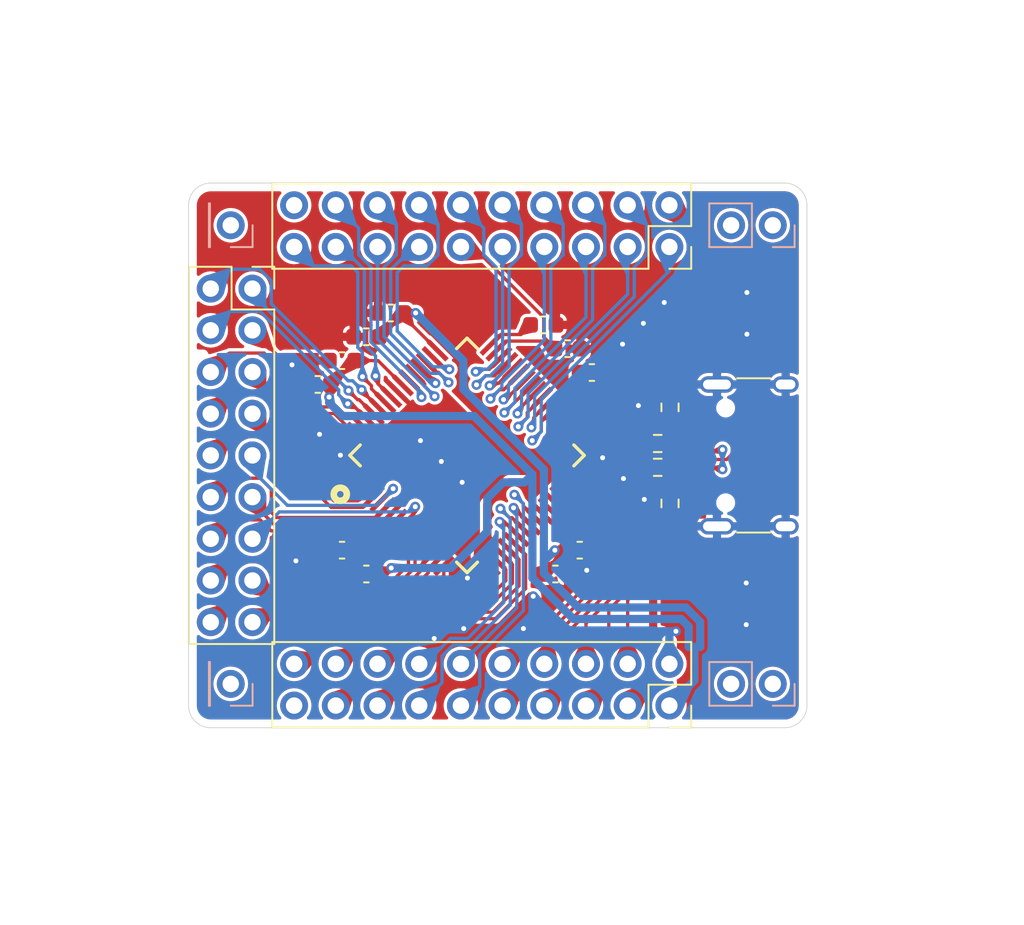
<source format=kicad_pcb>
(kicad_pcb (version 20240108) (generator "pcbnew") (generator_version "8.0")
  (layers (0 "F.Cu" signal) (31 "B.Cu" signal) (34 "B.Paste" user) (35 "F.Paste" user) (36 "B.SilkS" user "B.Silkscreen") (37 "F.SilkS" user "F.Silkscreen") (38 "B.Mask" user) (39 "F.Mask" user) (44 "Edge.Cuts" user))
  (net 0 "")
  (net 1 "Net-(U1-VCCD)")
  (net 2 "GNDD")
  (net 3 "GNDA")
  (net 4 "+5VA")
  (net 5 "+5VD")
  (net 6 "/VBUS_P13_2")
  (net 7 "/~{XRES}")
  (net 8 "GND")
  (net 10 "Net-(J1-CC1)")
  (net 11 "/VBUS")
  (net 12 "Net-(J1-D+-PadA6)")
  (net 13 "Net-(J1-D--PadA7)")
  (net 15 "Net-(J1-CC2)")
  (net 16 "/P0_6")
  (net 17 "/P0_0")
  (net 18 "/P5_2")
  (net 19 "/P5_3")
  (net 20 "/P7_1")
  (net 21 "/P0_3")
  (net 22 "/P7_0")
  (net 23 "/P5_5")
  (net 24 "/P5_0")
  (net 25 "/P1_0")
  (net 26 "/P0_4")
  (net 27 "/P5_1")
  (net 28 "/P0_5")
  (net 29 "/P0_1")
  (net 30 "/P0_7")
  (net 31 "/P0_2")
  (net 32 "/P4_3")
  (net 33 "/P3_2_SWDIO")
  (net 34 "/P4_1")
  (net 35 "/P3_5")
  (net 36 "/P3_0")
  (net 37 "/P4_6")
  (net 38 "+5V")
  (net 39 "/P4_4")
  (net 40 "/P3_7")
  (net 41 "/P3_1")
  (net 42 "/P4_5")
  (net 43 "/P3_4")
  (net 44 "/P3_6")
  (net 45 "/P4_2")
  (net 46 "/P4_0")
  (net 47 "/P3_3_SWDCLK")
  (net 48 "/P1_6")
  (net 49 "/P2_5")
  (net 50 "/P2_2")
  (net 51 "/P6_4_P12_0")
  (net 52 "/P6_0")
  (net 53 "/P2_6")
  (net 54 "/P1_2")
  (net 55 "/P2_3")
  (net 56 "/P6_2")
  (net 57 "/P2_1")
  (net 58 "/P2_0")
  (net 59 "/P1_4")
  (net 60 "/P2_4")
  (net 61 "/P1_3")
  (net 62 "/P1_7_VREF")
  (net 63 "/P2_7")
  (net 64 "/P6_1")
  (net 65 "/P1_5")
  (net 66 "/P1_1")
  (net 67 "/P6_5_P12_1")
  (net 68 "Net-(U1-D-_P13_1)")
  (net 69 "Net-(U1-D+_P13_0)")
  (footprint "Capacitor_SMD:C_0603_1608Metric" (layer "F.Cu") (at 153.56 51.632)
    (property "Reference" "C1" (hide yes))
    (property "Value" "1u" (hide yes))
  )
  (footprint "Capacitor_SMD:C_0603_1608Metric" (layer "F.Cu") (at 154.3 66.8085)
    (property "Reference" "C7" (hide yes))
    (property "Value" "100n" (hide yes))
  )
  (footprint "Connector_PinSocket_2.54mm:PinSocket_2x10_P2.54mm_Vertical" (layer "F.Cu") (at 161.24 46.883 -90)
    (property "Reference" "J3" (hide yes))
    (property "Value" "Conn_02x10_Odd_Even" (hide yes))
  )
  (footprint "Connector_PinSocket_2.54mm:PinSocket_2x10_P2.54mm_Vertical" (layer "F.Cu") (at 161.24 74.823 -90)
    (property "Reference" "J7" (hide yes))
    (property "Value" "Conn_02x10_Odd_Even" (hide yes))
  )
  (footprint "CY8C4248AZI-L475:TQFP50P1200X1200X160-64N" (layer "F.Cu") (at 148.914585 59.583 45)
    (property "Reference" "U1" (hide yes))
    (property "Value" "*" (hide yes))
  )
  (footprint "Resistor_SMD:R_0603_1608Metric" (layer "F.Cu") (at 160.529 58.8575)
    (property "Reference" "R3" (hide yes))
    (property "Value" "22" (hide yes))
  )
  (footprint "Resistor_SMD:R_0603_1608Metric" (layer "F.Cu") (at 161.279 56.657 -90)
    (property "Reference" "R2" (hide yes))
    (property "Value" "5.1k" (hide yes))
  )
  (footprint "Resistor_SMD:R_0603_1608Metric" (layer "F.Cu") (at 160.529 60.3085)
    (property "Reference" "R4" (hide yes))
    (property "Value" "22" (hide yes))
  )
  (footprint "Capacitor_SMD:C_0603_1608Metric" (layer "F.Cu") (at 139.82 55.2595 180)
    (property "Reference" "C4" (hide yes))
    (property "Value" "1u" (hide yes))
  )
  (footprint "Resistor_SMD:R_0603_1608Metric" (layer "F.Cu") (at 161.279 62.509 90)
    (property "Reference" "R1" (hide yes))
    (property "Value" "5.1k" (hide yes))
  )
  (footprint "Capacitor_SMD:C_0603_1608Metric" (layer "F.Cu") (at 141.3 65.3575 180)
    (property "Reference" "C3" (hide yes))
    (property "Value" "100n" (hide yes))
  )
  (footprint "Connector_PinSocket_2.54mm:PinSocket_2x09_P2.54mm_Vertical" (layer "F.Cu") (at 135.84 49.423)
    (property "Reference" "J4" (hide yes))
    (property "Value" "Conn_02x09_Odd_Even" (hide yes))
  )
  (footprint "Capacitor_SMD:C_0603_1608Metric" (layer "F.Cu") (at 142.78 52.3575 180)
    (property "Reference" "C8" (hide yes))
    (property "Value" "1u" (hide yes))
  )
  (footprint "Capacitor_SMD:C_0603_1608Metric" (layer "F.Cu") (at 142.78 66.8085 180)
    (property "Reference" "C2" (hide yes))
    (property "Value" "1u" (hide yes))
  )
  (footprint "Connector_USB:USB_C_Receptacle_HRO_TYPE-C-31-M-12" (layer "F.Cu") (at 167.27 59.583 90)
    (property "Reference" "J1" (hide yes))
    (property "Value" "USB_C_Receptacle_USB2.0_16P" (hide yes))
  )
  (footprint "Capacitor_SMD:C_0603_1608Metric" (layer "F.Cu") (at 155.04 53.083)
    (property "Reference" "C11" (hide yes))
    (property "Value" "100n" (hide yes))
  )
  (footprint "Capacitor_SMD:C_0603_1608Metric" (layer "F.Cu") (at 144.26 50.9065 180)
    (property "Reference" "C9" (hide yes))
    (property "Value" "100n" (hide yes))
  )
  (footprint "Capacitor_SMD:C_0603_1608Metric" (layer "F.Cu") (at 156.52 54.534)
    (property "Reference" "C10" (hide yes))
    (property "Value" "100n" (hide yes))
  )
  (footprint "Capacitor_SMD:C_0603_1608Metric" (layer "F.Cu") (at 155.78 65.3575)
    (property "Reference" "C6" (hide yes))
    (property "Value" "1u" (hide yes))
  )
  (footprint "Capacitor_SMD:C_0603_1608Metric" (layer "F.Cu") (at 141.3 53.8085 180)
    (property "Reference" "C5" (hide yes))
    (property "Value" "100n" (hide yes))
  )
  (footprint "NetTie:NetTie-3_SMD_Pad0.5mm" (layer "B.Cu") (at 162.767 71.75 180)
    (property "Reference" "NT1" (hide yes))
    (property "Value" "NetTie_3" (hide yes))
  )
  (footprint "Connector_PinHeader_2.54mm:PinHeader_1x02_P2.54mm_Vertical" (layer "B.Cu") (at 167.54 45.563 90)
    (property "Reference" "REF**" (hide yes))
    (property "Value" "PinHeader_1x02_P2.54mm_Vertical" (hide yes))
  )
  (footprint "NetTie:NetTie-3_SMD_Pad0.5mm" (layer "B.Cu") (at 161.59 70.298 180)
    (property "Reference" "NT2" (hide yes))
    (property "Value" "NetTie_3" (hide yes))
  )
  (footprint "Connector_PinHeader_2.54mm:PinHeader_1x01_P2.54mm_Vertical" (layer "B.Cu") (at 134.52 73.503 90)
    (property "Reference" "REF**" (hide yes))
    (property "Value" "PinHeader_1x01_P2.54mm_Vertical" (hide yes))
  )
  (footprint "Connector_PinHeader_2.54mm:PinHeader_1x01_P2.54mm_Vertical" (layer "B.Cu") (at 134.52 45.563 90)
    (property "Reference" "REF**" (hide yes))
    (property "Value" "PinHeader_1x01_P2.54mm_Vertical" (hide yes))
  )
  (footprint "Connector_PinHeader_2.54mm:PinHeader_1x02_P2.54mm_Vertical" (layer "B.Cu") (at 167.54 73.503 90)
    (property "Reference" "REF**" (hide yes))
    (property "Value" "PinHeader_1x02_P2.54mm_Vertical" (hide yes))
  )
  (gr_line (start 131.95 44.343) (end 131.95 74.823) (stroke (width 0.05)) (layer "Edge.Cuts"))
  (gr_arc (start 169.62 74.823) (mid 169.224594 75.777594) (end 168.27 76.173) (stroke (width 0.05)) (layer "Edge.Cuts"))
  (gr_line (start 169.62 74.823) (end 169.62 44.343) (stroke (width 0.05)) (layer "Edge.Cuts"))
  (gr_line (start 133.3 76.173) (end 168.27 76.173) (stroke (width 0.05)) (layer "Edge.Cuts"))
  (gr_line (start 133.3 42.993) (end 168.27 42.993) (stroke (width 0.05)) (layer "Edge.Cuts"))
  (gr_arc (start 133.3 76.173) (mid 132.345406 75.777594) (end 131.95 74.823) (stroke (width 0.05)) (layer "Edge.Cuts"))
  (gr_arc (start 131.95 44.343) (mid 132.345406 43.388406) (end 133.3 42.993) (stroke (width 0.05)) (layer "Edge.Cuts"))
  (gr_arc (start 168.27 42.993) (mid 169.224594 43.388406) (end 169.62 44.343) (stroke (width 0.05)) (layer "Edge.Cuts"))
  (segment (start 150.975767 52.218518) (end 150.328799 52.865486) (width 0.2) (layer "F.Cu") (net 1))
  (segment (start 152.198482 52.218518) (end 150.975767 52.218518) (width 0.2) (layer "F.Cu") (net 1))
  (segment (start 152.785 51.632) (end 152.198482 52.218518) (width 0.2) (layer "F.Cu") (net 1))
  (segment (start 164.14 63.109726) (end 163.863274 62.833) (width 0.5) (layer "F.Cu") (net 2))
  (segment (start 153.669334 61.227568) (end 151.485435 61.227568) (width 0.5) (layer "F.Cu") (net 2))
  (segment (start 164.14 56.056274) (end 163.863274 56.333) (width 0.5) (layer "F.Cu") (net 2))
  (segment (start 152.746624 62.150278) (end 153.669334 61.227568) (width 0.5) (layer "F.Cu") (net 2))
  (segment (start 149.578278 65.318623) (end 149.578278 65.691415) (width 0.5) (layer "F.Cu") (net 2))
  (segment (start 163.863274 62.833) (end 163.225 62.833) (width 0.5) (layer "F.Cu") (net 2))
  (segment (start 149.578278 65.691415) (end 150.258088 66.371225) (width 0.5) (layer "F.Cu") (net 2))
  (segment (start 164.14 55.263) (end 164.14 56.056274) (width 0.5) (layer "F.Cu") (net 2))
  (segment (start 164.14 63.903) (end 164.14 63.109726) (width 0.5) (layer "F.Cu") (net 2))
  (segment (start 150.147471 62.565532) (end 150.147471 64.74943) (width 0.5) (layer "F.Cu") (net 2))
  (segment (start 150.147471 64.74943) (end 149.578278 65.318623) (width 0.5) (layer "F.Cu") (net 2))
  (segment (start 163.863274 56.333) (end 163.225 56.333) (width 0.5) (layer "F.Cu") (net 2))
  (segment (start 151.485435 61.227568) (end 150.147471 62.565532) (width 0.5) (layer "F.Cu") (net 2))
  (via (at 165.964 49.659) (size 0.6) (drill 0.3) (layers "F.Cu" "B.Cu") (net 2))
  (via (at 160.928 50.268) (size 0.6) (drill 0.3) (layers "F.Cu" "B.Cu") (net 2))
  (via (at 156.207 66.583) (size 0.6) (drill 0.3) (layers "F.Cu" "B.Cu") (net 2))
  (via (at 161.640003 70.298) (size 0.6) (drill 0.3) (layers "F.Cu" "B.Cu") (net 2))
  (via (at 159.658 51.538) (size 0.6) (drill 0.3) (layers "F.Cu" "B.Cu") (net 2))
  (via (at 157.173 59.726) (size 0.6) (drill 0.3) (layers "F.Cu" "B.Cu") (net 2))
  (via (at 159.713 62.266) (size 0.6) (drill 0.3) (layers "F.Cu" "B.Cu") (net 2))
  (via (at 159.354 56.549) (size 0.6) (drill 0.3) (layers "F.Cu" "B.Cu") (net 2))
  (via (at 165.922 67.355) (size 0.6) (drill 0.3) (layers "F.Cu" "B.Cu") (net 2))
  (via (at 165.922 69.895) (size 0.6) (drill 0.3) (layers "F.Cu" "B.Cu") (net 2))
  (via (at 158.443 60.996) (size 0.6) (drill 0.3) (layers "F.Cu" "B.Cu") (net 2))
  (via (at 158.388 52.808) (size 0.6) (drill 0.3) (layers "F.Cu" "B.Cu") (net 2))
  (via (at 165.964 52.199) (size 0.6) (drill 0.3) (layers "F.Cu" "B.Cu") (net 2))
  (segment (start 161.640003 70.298) (end 161.59 70.298) (width 0.5) (layer "B.Cu") (net 2))
  (segment (start 142.523696 64.5825) (end 141.3 64.5825) (width 0.2) (layer "F.Cu") (net 3))
  (segment (start 142.898696 64.9575) (end 142.523696 64.5825) (width 0.2) (layer "F.Cu") (net 3))
  (segment (start 140.525 53.8085) (end 139.8215 53.8085) (width 0.2) (layer "F.Cu") (net 3))
  (segment (start 145.379051 64.179194) (end 144.600745 64.9575) (width 0.2) (layer "F.Cu") (net 3))
  (segment (start 141.3 64.5825) (end 140.525 65.3575) (width 0.2) (layer "F.Cu") (net 3))
  (segment (start 142.005 66.8085) (end 141.1295 66.8085) (width 0.2) (layer "F.Cu") (net 3))
  (segment (start 144.600745 64.9575) (end 142.898696 64.9575) (width 0.2) (layer "F.Cu") (net 3))
  (via (at 148.710101 70.133) (size 0.6) (drill 0.3) (layers "F.Cu" "B.Cu") (net 3))
  (via (at 148.938 67.056) (size 0.6) (drill 0.3) (layers "F.Cu" "B.Cu") (net 3))
  (via (at 152.349 70.133) (size 0.6) (drill 0.3) (layers "F.Cu" "B.Cu") (net 3))
  (via (at 146.076 58.683) (size 0.6) (drill 0.3) (layers "F.Cu" "B.Cu") (net 3))
  (via (at 147.346 59.953) (size 0.6) (drill 0.3) (layers "F.Cu" "B.Cu") (net 3))
  (via (at 148.616 61.223) (size 0.6) (drill 0.3) (layers "F.Cu" "B.Cu") (net 3))
  (via (at 141.199 59.57) (size 0.6) (drill 0.3) (layers "F.Cu" "B.Cu") (net 3))
  (via (at 138.25 54.067) (size 0.6) (drill 0.3) (layers "F.Cu" "B.Cu") (net 3))
  (via (at 152.946 68.163659) (size 0.6) (drill 0.3) (layers "F.Cu" "B.Cu") (net 3))
  (via (at 139.929 58.3) (size 0.6) (drill 0.3) (layers "F.Cu" "B.Cu") (net 3))
  (via (at 146.914 70.736) (size 0.6) (drill 0.3) (layers "F.Cu" "B.Cu") (net 3))
  (via (at 138.489 66.008) (size 0.6) (drill 0.3) (layers "F.Cu" "B.Cu") (net 3))
  (segment (start 155.080341 70.298) (end 152.946 68.163659) (width 0.5) (layer "B.Cu") (net 3))
  (segment (start 160.89 70.298) (end 155.080341 70.298) (width 0.5) (layer "B.Cu") (net 3))
  (segment (start 140.595 55.2595) (end 140.595 55.94724) (width 0.2) (layer "F.Cu") (net 4))
  (segment (start 143.555 66.8085) (end 143.930166 66.8085) (width 0.2) (layer "F.Cu") (net 4))
  (segment (start 143.555 66.8085) (end 143.440828 66.8085) (width 0.5) (layer "F.Cu") (net 4))
  (segment (start 140.595 55.174328) (end 141.960828 53.8085) (width 0.5) (layer "F.Cu") (net 4))
  (segment (start 143.493639 53.8085) (end 142.075 53.8085) (width 0.2) (layer "F.Cu") (net 4))
  (segment (start 142.075 65.3575) (end 144.907851 65.3575) (width 0.2) (layer "F.Cu") (net 4))
  (segment (start 141.960828 53.8085) (end 142.075 53.8085) (width 0.5) (layer "F.Cu") (net 4))
  (segment (start 144.907851 65.3575) (end 145.732604 64.532747) (width 0.2) (layer "F.Cu") (net 4))
  (segment (start 140.595 55.2595) (end 140.595 55.174328) (width 0.5) (layer "F.Cu") (net 4))
  (segment (start 143.440828 66.8085) (end 142.075 65.442672) (width 0.5) (layer "F.Cu") (net 4))
  (segment (start 140.595 55.94724) (end 140.511734 56.030506) (width 0.2) (layer "F.Cu") (net 4))
  (segment (start 142.075 65.442672) (end 142.075 65.3575) (width 0.5) (layer "F.Cu") (net 4))
  (segment (start 145.025498 55.340359) (end 143.493639 53.8085) (width 0.2) (layer "F.Cu") (net 4))
  (segment (start 143.930166 66.8085) (end 144.296333 66.442333) (width 0.2) (layer "F.Cu") (net 4))
  (via (at 144.296333 66.442333) (size 0.6) (drill 0.3) (layers "F.Cu" "B.Cu") (net 4))
  (via (at 140.511734 56.030506) (size 0.6) (drill 0.3) (layers "F.Cu" "B.Cu") (net 4))
  (segment (start 151.115917 61.227568) (end 150.147471 62.196014) (width 0.5) (layer "B.Cu") (net 4))
  (segment (start 140.511734 56.030506) (end 140.511734 56.364395) (width 0.5) (layer "B.Cu") (net 4))
  (segment (start 152.896 60.741827) (end 152.896 67.053) (width 0.5) (layer "B.Cu") (net 4))
  (segment (start 152.896 60.741827) (end 152.410259 61.227568) (width 0.5) (layer "B.Cu") (net 4))
  (segment (start 149.340173 57.186) (end 152.896 60.741827) (width 0.5) (layer "B.Cu") (net 4))
  (segment (start 152.896 67.053) (end 155.391 69.548) (width 0.5) (layer "B.Cu") (net 4))
  (segment (start 150.147471 64.230529) (end 147.935667 66.442333) (width 0.5) (layer "B.Cu") (net 4))
  (segment (start 161.566 69.548) (end 161.950664 69.548) (width 0.5) (layer "B.Cu") (net 4))
  (segment (start 162.417 70.014336) (end 162.417 71.25) (width 0.5) (layer "B.Cu") (net 4))
  (segment (start 140.511734 56.364395) (end 141.333339 57.186) (width 0.5) (layer "B.Cu") (net 4))
  (segment (start 161.950664 69.548) (end 162.417 70.014336) (width 0.5) (layer "B.Cu") (net 4))
  (segment (start 147.935667 66.442333) (end 144.296333 66.442333) (width 0.5) (layer "B.Cu") (net 4))
  (segment (start 152.410259 61.227568) (end 151.115917 61.227568) (width 0.5) (layer "B.Cu") (net 4))
  (segment (start 150.147471 62.196014) (end 150.147471 64.230529) (width 0.5) (layer "B.Cu") (net 4))
  (segment (start 155.391 69.548) (end 161.566 69.548) (width 0.5) (layer "B.Cu") (net 4))
  (segment (start 141.333339 57.186) (end 149.340173 57.186) (width 0.5) (layer "B.Cu") (net 4))
  (segment (start 155.005 64.612755) (end 155.005 65.3575) (width 0.2) (layer "F.Cu") (net 5))
  (segment (start 154.265 65.3575) (end 155.005 65.3575) (width 0.2) (layer "F.Cu") (net 5))
  (segment (start 147.146818 53.219039) (end 145.035 51.107221) (width 0.2) (layer "F.Cu") (net 5))
  (segment (start 143.555 52.272328) (end 144.920828 50.9065) (width 0.5) (layer "F.Cu") (net 5))
  (segment (start 153.510779 63.118534) (end 155.005 64.612755) (width 0.2) (layer "F.Cu") (net 5))
  (segment (start 145.035 50.9065) (end 145.7785 50.9065) (width 0.2) (layer "F.Cu") (net 5))
  (segment (start 155.005 65.442672) (end 155.005 65.3575) (width 0.5) (layer "F.Cu") (net 5))
  (segment (start 144.920828 50.9065) (end 145.035 50.9065) (width 0.5) (layer "F.Cu") (net 5))
  (segment (start 153.525 66.8085) (end 153.639172 66.8085) (width 0.5) (layer "F.Cu") (net 5))
  (segment (start 145.7785 50.9065) (end 145.782 50.903) (width 0.2) (layer "F.Cu") (net 5))
  (segment (start 153.639172 66.8085) (end 155.005 65.442672) (width 0.5) (layer "F.Cu") (net 5))
  (segment (start 145.035 51.107221) (end 145.035 50.9065) (width 0.2) (layer "F.Cu") (net 5))
  (segment (start 143.555 52.3575) (end 143.555 52.272328) (width 0.5) (layer "F.Cu") (net 5))
  (via (at 145.782 50.903) (size 0.6) (drill 0.3) (layers "F.Cu" "B.Cu") (net 5))
  (via (at 154.265 65.3575) (size 0.6) (drill 0.3) (layers "F.Cu" "B.Cu") (net 5))
  (segment (start 153.596 60.451877) (end 148.689739 55.545616) (width 0.5) (layer "B.Cu") (net 5))
  (segment (start 153.596 66.76305) (end 153.596 66.0265) (width 0.5) (layer "B.Cu") (net 5))
  (segment (start 153.596 66.0265) (end 154.265 65.3575) (width 0.5) (layer "B.Cu") (net 5))
  (segment (start 148.689739 53.810739) (end 145.782 50.903) (width 0.5) (layer "B.Cu") (net 5))
  (segment (start 153.596 66.76305) (end 153.596 60.451877) (width 0.5) (layer "B.Cu") (net 5))
  (segment (start 162.240614 68.848) (end 163.117 69.724386) (width 0.5) (layer "B.Cu") (net 5))
  (segment (start 161.795 68.848) (end 155.68095 68.848) (width 0.5) (layer "B.Cu") (net 5))
  (segment (start 163.117 69.724386) (end 163.117 71.25) (width 0.5) (layer "B.Cu") (net 5))
  (segment (start 161.795 68.848) (end 162.240614 68.848) (width 0.5) (layer "B.Cu") (net 5))
  (segment (start 155.68095 68.848) (end 153.596 66.76305) (width 0.5) (layer "B.Cu") (net 5))
  (segment (start 148.689739 55.545616) (end 148.689739 53.810739) (width 0.5) (layer "B.Cu") (net 5))
  (segment (start 161.24 44.343) (end 162.54 45.643) (width 0.5) (layer "F.Cu") (net 6))
  (segment (start 155.745 54.534) (end 155.745 55.934565) (width 0.2) (layer "F.Cu") (net 6))
  (segment (start 162.54 50.724828) (end 157.805828 55.459) (width 0.5) (layer "F.Cu") (net 6))
  (segment (start 156.077 55.459) (end 155.745 55.127) (width 0.5) (layer "F.Cu") (net 6))
  (segment (start 155.745 55.934565) (end 154.571439 57.108126) (width 0.2) (layer "F.Cu") (net 6))
  (segment (start 162.54 45.643) (end 162.54 50.724828) (width 0.5) (layer "F.Cu") (net 6))
  (segment (start 157.805828 55.459) (end 156.077 55.459) (width 0.5) (layer "F.Cu") (net 6))
  (segment (start 155.745 55.127) (end 155.745 54.534) (width 0.5) (layer "F.Cu") (net 6))
  (segment (start 153.585 51.177) (end 149.291 46.883) (width 0.2) (layer "F.Cu") (net 7))
  (segment (start 151.282873 52.618518) (end 153.800518 52.618518) (width 0.2) (layer "F.Cu") (net 7))
  (segment (start 150.682352 53.219039) (end 151.282873 52.618518) (width 0.2) (layer "F.Cu") (net 7))
  (segment (start 153.585 52.371) (end 153.585 51.177) (width 0.2) (layer "F.Cu") (net 7))
  (segment (start 153.800518 52.618518) (end 153.800518 52.586518) (width 0.2) (layer "F.Cu") (net 7))
  (segment (start 153.800518 52.586518) (end 153.585 52.371) (width 0.2) (layer "F.Cu") (net 7))
  (segment (start 149.291 46.883) (end 148.54 46.883) (width 0.2) (layer "F.Cu") (net 7))
  (segment (start 153.800518 52.618518) (end 154.265 53.083) (width 0.2) (layer "F.Cu") (net 7))
  (segment (start 161.24 72.283) (end 161.24 70.998) (width 0.5) (layer "B.Cu") (net 8))
  (segment (start 161.399 61.684) (end 161.279 61.684) (width 0.2) (layer "F.Cu") (net 10))
  (segment (start 162.25 60.833) (end 161.399 61.684) (width 0.2) (layer "F.Cu") (net 10))
  (segment (start 163.225 60.833) (end 162.25 60.833) (width 0.2) (layer "F.Cu") (net 10))
  (segment (start 164.344492 57.463508) (end 164.34 57.468) (width 0.4) (layer "F.Cu") (net 11))
  (segment (start 163.943274 57.133) (end 164.043274 57.233) (width 0.5) (layer "F.Cu") (net 11))
  (segment (start 163.225 62.033) (end 163.325 61.933) (width 0.5) (layer "F.Cu") (net 11))
  (segment (start 165.64 60.406984) (end 165.64 58.770626) (width 0.5) (layer "F.Cu") (net 11))
  (segment (start 164.348984 61.698) (end 165.626027 60.420957) (width 0.5) (layer "F.Cu") (net 11))
  (segment (start 159.97 71.714522) (end 160.255 71.429522) (width 0.5) (layer "F.Cu") (net 11))
  (segment (start 159.99 72.811478) (end 159.99 71.734522) (width 0.4) (layer "F.Cu") (net 11))
  (segment (start 160 73.523) (end 160 72.821478) (width 0.5) (layer "F.Cu") (net 11))
  (segment (start 164.043274 57.233) (end 164.113984 57.233) (width 0.4) (layer "F.Cu") (net 11))
  (segment (start 160 72.821478) (end 159.99 72.811478) (width 0.4) (layer "F.Cu") (net 11))
  (segment (start 163.325 61.933) (end 163.961 61.933) (width 0.5) (layer "F.Cu") (net 11))
  (segment (start 165.64 58.770626) (end 164.4 57.530626) (width 0.5) (layer "F.Cu") (net 11))
  (segment (start 164.113984 57.233) (end 164.344492 57.463508) (width 0.4) (layer "F.Cu") (net 11))
  (segment (start 165.083503 64.853) (end 165.64 64.296503) (width 0.5) (layer "F.Cu") (net 11))
  (segment (start 164.348984 61.698) (end 164.113984 61.933) (width 0.4) (layer "F.Cu") (net 11))
  (segment (start 165.64 60.43493) (end 165.64 64.296503) (width 0.5) (layer "F.Cu") (net 11))
  (segment (start 160.255 66) (end 161.402 64.853) (width 0.5) (layer "F.Cu") (net 11))
  (segment (start 161.402 64.853) (end 165.083503 64.853) (width 0.5) (layer "F.Cu") (net 11))
  (segment (start 159.99 71.734522) (end 159.97 71.714522) (width 0.4) (layer "F.Cu") (net 11))
  (segment (start 165.626027 60.420957) (end 165.64 60.43493) (width 0.5) (layer "F.Cu") (net 11))
  (segment (start 160.255 71.429522) (end 160.255 66) (width 0.5) (layer "F.Cu") (net 11))
  (segment (start 165.626027 60.420957) (end 165.64 60.406984) (width 0.5) (layer "F.Cu") (net 11))
  (segment (start 158.7 74.823) (end 160 73.523) (width 0.5) (layer "F.Cu") (net 11))
  (segment (start 163.961 61.933) (end 164.043274 61.933) (width 0.5) (layer "F.Cu") (net 11))
  (segment (start 163.225 57.133) (end 163.943274 57.133) (width 0.5) (layer "F.Cu") (net 11))
  (segment (start 164.113984 61.933) (end 164.043274 61.933) (width 0.4) (layer "F.Cu") (net 11))
  (segment (start 163.225 59.833) (end 164.724556 59.833) (width 0.2) (layer "F.Cu") (net 12))
  (segment (start 165.076027 59.481529) (end 165.076027 58.984471) (width 0.2) (layer "F.Cu") (net 12))
  (segment (start 165.076027 58.984471) (end 164.724556 58.633) (width 0.2) (layer "F.Cu") (net 12))
  (segment (start 164.227498 58.633) (end 164.0275 58.833) (width 0.2) (layer "F.Cu") (net 12))
  (segment (start 164.0275 58.833) (end 163.225 58.833) (width 0.2) (layer "F.Cu") (net 12))
  (segment (start 164.724556 58.633) (end 164.227498 58.633) (width 0.2) (layer "F.Cu") (net 12))
  (segment (start 164.724556 59.833) (end 165.076027 59.481529) (width 0.2) (layer "F.Cu") (net 12))
  (segment (start 163.225 59.833) (end 161.8295 59.833) (width 0.2) (layer "F.Cu") (net 12))
  (segment (start 161.8295 59.833) (end 161.354 60.3085) (width 0.2) (layer "F.Cu") (net 12))
  (segment (start 164.476027 59.233) (end 164.376027 59.333) (width 0.2) (layer "F.Cu") (net 13))
  (segment (start 164.376027 60.333) (end 163.225 60.333) (width 0.2) (layer "F.Cu") (net 13))
  (segment (start 164.476027 60.433) (end 164.376027 60.333) (width 0.2) (layer "F.Cu") (net 13))
  (segment (start 161.8295 59.333) (end 161.354 58.8575) (width 0.2) (layer "F.Cu") (net 13))
  (segment (start 163.225 59.333) (end 161.8295 59.333) (width 0.2) (layer "F.Cu") (net 13))
  (segment (start 164.376027 59.333) (end 163.225 59.333) (width 0.2) (layer "F.Cu") (net 13))
  (via (at 164.476027 59.233) (size 0.6) (drill 0.3) (layers "F.Cu" "B.Cu") (net 13))
  (via (at 164.476027 60.433) (size 0.6) (drill 0.3) (layers "F.Cu" "B.Cu") (net 13))
  (segment (start 164.476027 59.233) (end 164.476027 60.433) (width 0.2) (layer "B.Cu") (net 13))
  (segment (start 161.63 57.833) (end 161.279 57.482) (width 0.2) (layer "F.Cu") (net 15))
  (segment (start 163.225 57.833) (end 161.63 57.833) (width 0.2) (layer "F.Cu") (net 15))
  (segment (start 150.580457 54.735148) (end 150.03974 54.735148) (width 0.2) (layer "F.Cu") (net 16))
  (segment (start 151.389459 53.926146) (end 150.580457 54.735148) (width 0.2) (layer "F.Cu") (net 16))
  (segment (start 150.03974 54.735148) (end 149.489836 55.285052) (width 0.2) (layer "F.Cu") (net 16))
  (via (at 149.489836 55.285052) (size 0.6) (drill 0.3) (layers "F.Cu" "B.Cu") (net 16))
  (segment (start 149.489836 55.285052) (end 150.03974 54.735148) (width 0.2) (layer "B.Cu") (net 16))
  (segment (start 150.03974 54.735148) (end 150.322582 54.735148) (width 0.2) (layer "B.Cu") (net 16))
  (segment (start 151.08 53.97773) (end 151.08 46.883) (width 0.2) (layer "B.Cu") (net 16))
  (segment (start 150.322582 54.735148) (end 151.08 53.97773) (width 0.2) (layer "B.Cu") (net 16))
  (segment (start 152.585431 57.280625) (end 152.035528 57.830528) (width 0.2) (layer "F.Cu") (net 17))
  (segment (start 153.510779 56.047466) (end 152.585431 56.972814) (width 0.2) (layer "F.Cu") (net 17))
  (segment (start 152.585431 56.972814) (end 152.585431 57.280625) (width 0.2) (layer "F.Cu") (net 17))
  (via (at 152.035528 57.830528) (size 0.6) (drill 0.3) (layers "F.Cu" "B.Cu") (net 17))
  (segment (start 158.7 49.751846) (end 158.7 46.883) (width 0.2) (layer "B.Cu") (net 17))
  (segment (start 152.035528 57.830528) (end 152.63396 57.232096) (width 0.2) (layer "B.Cu") (net 17))
  (segment (start 152.63396 55.817886) (end 158.7 49.751846) (width 0.2) (layer "B.Cu") (net 17))
  (segment (start 152.63396 57.232096) (end 152.63396 55.817886) (width 0.2) (layer "B.Cu") (net 17))
  (segment (start 146.991 55.187) (end 146.991 55.184541) (width 0.2) (layer "F.Cu") (net 18))
  (segment (start 146.991 55.184541) (end 146.086158 54.279699) (width 0.2) (layer "F.Cu") (net 18))
  (segment (start 146.086158 54.279699) (end 146.086158 54.266944) (width 0.2) (layer "F.Cu") (net 18))
  (via (at 146.991 55.187) (size 0.6) (drill 0.3) (layers "F.Cu" "B.Cu") (net 18))
  (segment (start 143.86 48.109346) (end 144.61 47.359346) (width 0.2) (layer "B.Cu") (net 18))
  (segment (start 144.61 47.359346) (end 144.61 45.493) (width 0.2) (layer "B.Cu") (net 18))
  (segment (start 146.708158 55.187) (end 143.86 52.338842) (width 0.2) (layer "B.Cu") (net 18))
  (segment (start 144.61 45.493) (end 143.46 44.343) (width 0.2) (layer "B.Cu") (net 18))
  (segment (start 143.86 52.338842) (end 143.86 48.109346) (width 0.2) (layer "B.Cu") (net 18))
  (segment (start 146.991 55.187) (end 146.708158 55.187) (width 0.2) (layer "B.Cu") (net 18))
  (segment (start 146.333125 55.377653) (end 146.333125 55.233774) (width 0.2) (layer "F.Cu") (net 19))
  (segment (start 146.940903 55.985431) (end 146.333125 55.377653) (width 0.2) (layer "F.Cu") (net 19))
  (segment (start 146.333125 55.233774) (end 145.732604 54.633253) (width 0.2) (layer "F.Cu") (net 19))
  (via (at 146.940903 55.985431) (size 0.6) (drill 0.3) (layers "F.Cu" "B.Cu") (net 19))
  (segment (start 146.940903 55.985431) (end 143.46 52.504528) (width 0.2) (layer "B.Cu") (net 19))
  (segment (start 143.46 52.504528) (end 143.46 46.883) (width 0.2) (layer "B.Cu") (net 19))
  (segment (start 152.985431 57.27992) (end 152.985431 57.729153) (width 0.2) (layer "F.Cu") (net 20))
  (segment (start 153.864332 56.401019) (end 152.985431 57.27992) (width 0.2) (layer "F.Cu") (net 20))
  (segment (start 152.985431 57.729153) (end 152.83396 57.880624) (width 0.2) (layer "F.Cu") (net 20))
  (via (at 152.83396 57.880624) (size 0.6) (drill 0.3) (layers "F.Cu" "B.Cu") (net 20))
  (segment (start 159.1 48.109346) (end 159.85 47.359346) (width 0.2) (layer "B.Cu") (net 20))
  (segment (start 159.85 47.359346) (end 159.85 45.493) (width 0.2) (layer "B.Cu") (net 20))
  (segment (start 159.85 45.493) (end 158.7 44.343) (width 0.2) (layer "B.Cu") (net 20))
  (segment (start 153.03396 55.983572) (end 159.1 49.917532) (width 0.2) (layer "B.Cu") (net 20))
  (segment (start 153.03396 57.680624) (end 153.03396 55.983572) (width 0.2) (layer "B.Cu") (net 20))
  (segment (start 152.83396 57.880624) (end 153.03396 57.680624) (width 0.2) (layer "B.Cu") (net 20))
  (segment (start 159.1 49.917532) (end 159.1 48.109346) (width 0.2) (layer "B.Cu") (net 20))
  (segment (start 151.253357 56.183568) (end 151.136904 56.183568) (width 0.2) (layer "F.Cu") (net 21))
  (segment (start 152.450119 54.986806) (end 151.253357 56.183568) (width 0.2) (layer "F.Cu") (net 21))
  (via (at 151.136904 56.183568) (size 0.6) (drill 0.3) (layers "F.Cu" "B.Cu") (net 21))
  (segment (start 154.77 45.493) (end 153.62 44.343) (width 0.2) (layer "B.Cu") (net 21))
  (segment (start 151.136904 56.183568) (end 151.43396 55.886512) (width 0.2) (layer "B.Cu") (net 21))
  (segment (start 151.43396 55.320828) (end 154.02 52.734788) (width 0.2) (layer "B.Cu") (net 21))
  (segment (start 151.43396 55.886512) (end 151.43396 55.320828) (width 0.2) (layer "B.Cu") (net 21))
  (segment (start 154.02 48.109346) (end 154.77 47.359346) (width 0.2) (layer "B.Cu") (net 21))
  (segment (start 154.02 52.734788) (end 154.02 48.109346) (width 0.2) (layer "B.Cu") (net 21))
  (segment (start 154.77 47.359346) (end 154.77 45.493) (width 0.2) (layer "B.Cu") (net 21))
  (segment (start 154.217886 56.754573) (end 153.43396 57.538499) (width 0.2) (layer "F.Cu") (net 22))
  (segment (start 153.43396 57.538499) (end 153.43396 58.129153) (width 0.2) (layer "F.Cu") (net 22))
  (segment (start 153.43396 58.129153) (end 152.884057 58.679056) (width 0.2) (layer "F.Cu") (net 22))
  (via (at 152.884057 58.679056) (size 0.6) (drill 0.3) (layers "F.Cu" "B.Cu") (net 22))
  (segment (start 161.24 48.343218) (end 161.24 46.883) (width 0.2) (layer "B.Cu") (net 22))
  (segment (start 153.43396 58.129153) (end 153.43396 56.149258) (width 0.2) (layer "B.Cu") (net 22))
  (segment (start 152.884057 58.679056) (end 153.43396 58.129153) (width 0.2) (layer "B.Cu") (net 22))
  (segment (start 153.43396 56.149258) (end 161.24 48.343218) (width 0.2) (layer "B.Cu") (net 22))
  (segment (start 146.142471 56.035528) (end 146.142471 55.752685) (width 0.2) (layer "F.Cu") (net 23))
  (segment (start 145.379051 54.989265) (end 145.379051 54.986806) (width 0.2) (layer "F.Cu") (net 23))
  (segment (start 146.142471 55.752685) (end 145.379051 54.989265) (width 0.2) (layer "F.Cu") (net 23))
  (via (at 146.142471 56.035528) (size 0.6) (drill 0.3) (layers "F.Cu" "B.Cu") (net 23))
  (segment (start 146.142471 56.035528) (end 146.142471 55.754471) (width 0.2) (layer "B.Cu") (net 23))
  (segment (start 142.31 47.359346) (end 142.31 45.733) (width 0.2) (layer "B.Cu") (net 23))
  (segment (start 143.06 48.109346) (end 142.31 47.359346) (width 0.2) (layer "B.Cu") (net 23))
  (segment (start 146.142471 55.754471) (end 143.06 52.672) (width 0.2) (layer "B.Cu") (net 23))
  (segment (start 142.31 45.733) (end 140.92 44.343) (width 0.2) (layer "B.Cu") (net 23))
  (segment (start 143.06 52.672) (end 143.06 48.109346) (width 0.2) (layer "B.Cu") (net 23))
  (segment (start 147.839636 54.33858) (end 147.559253 54.33858) (width 0.2) (layer "F.Cu") (net 24))
  (segment (start 147.559253 54.33858) (end 146.793265 53.572592) (width 0.2) (layer "F.Cu") (net 24))
  (via (at 147.839636 54.33858) (size 0.6) (drill 0.3) (layers "F.Cu" "B.Cu") (net 24))
  (segment (start 146.476346 48.033) (end 147.15 47.359346) (width 0.2) (layer "B.Cu") (net 24))
  (segment (start 147.15 47.359346) (end 147.15 45.493) (width 0.2) (layer "B.Cu") (net 24))
  (segment (start 146.83953 54.187) (end 144.66 52.00747) (width 0.2) (layer "B.Cu") (net 24))
  (segment (start 147.839636 54.33858) (end 147.556793 54.33858) (width 0.2) (layer "B.Cu") (net 24))
  (segment (start 147.15 45.493) (end 146 44.343) (width 0.2) (layer "B.Cu") (net 24))
  (segment (start 147.556793 54.33858) (end 147.405213 54.187) (width 0.2) (layer "B.Cu") (net 24))
  (segment (start 147.405213 54.187) (end 146.83953 54.187) (width 0.2) (layer "B.Cu") (net 24))
  (segment (start 145.067718 48.033) (end 146.476346 48.033) (width 0.2) (layer "B.Cu") (net 24))
  (segment (start 144.66 52.00747) (end 144.66 48.440718) (width 0.2) (layer "B.Cu") (net 24))
  (segment (start 144.66 48.440718) (end 145.067718 48.033) (width 0.2) (layer "B.Cu") (net 24))
  (segment (start 144.318391 56.047466) (end 143.492528 55.221603) (width 0.2) (layer "F.Cu") (net 25))
  (segment (start 143.492528 55.221603) (end 143.492528 54.890415) (width 0.2) (layer "F.Cu") (net 25))
  (segment (start 143.492528 54.890415) (end 143.340948 54.738835) (width 0.2) (layer "F.Cu") (net 25))
  (via (at 143.340948 54.738835) (size 0.6) (drill 0.3) (layers "F.Cu" "B.Cu") (net 25))
  (segment (start 143.340948 53.523948) (end 142.66 52.843) (width 0.2) (layer "B.Cu") (net 25))
  (segment (start 141.268 46.883) (end 140.92 46.883) (width 0.2) (layer "B.Cu") (net 25))
  (segment (start 142.66 48.275) (end 141.268 46.883) (width 0.2) (layer "B.Cu") (net 25))
  (segment (start 143.340948 54.738835) (end 143.340948 53.523948) (width 0.2) (layer "B.Cu") (net 25))
  (segment (start 142.66 52.843) (end 142.66 48.275) (width 0.2) (layer "B.Cu") (net 25))
  (segment (start 152.096566 54.633253) (end 151.146251 55.583568) (width 0.2) (layer "F.Cu") (net 26))
  (segment (start 151.146251 55.583568) (end 150.888376 55.583568) (width 0.2) (layer "F.Cu") (net 26))
  (segment (start 150.888376 55.583568) (end 150.338472 56.133472) (width 0.2) (layer "F.Cu") (net 26))
  (via (at 150.338472 56.133472) (size 0.6) (drill 0.3) (layers "F.Cu" "B.Cu") (net 26))
  (segment (start 151.03396 55.155142) (end 153.62 52.569102) (width 0.2) (layer "B.Cu") (net 26))
  (segment (start 151.03396 55.437984) (end 151.03396 55.155142) (width 0.2) (layer "B.Cu") (net 26))
  (segment (start 153.62 52.569102) (end 153.62 46.883) (width 0.2) (layer "B.Cu") (net 26))
  (segment (start 150.338472 56.133472) (end 151.03396 55.437984) (width 0.2) (layer "B.Cu") (net 26))
  (segment (start 147.789431 55.136903) (end 147.789431 55.136902) (width 0.2) (layer "F.Cu") (net 27))
  (segment (start 147.789431 55.136902) (end 147.179195 54.526666) (width 0.2) (layer "F.Cu") (net 27))
  (segment (start 147.040231 54.526666) (end 146.439711 53.926146) (width 0.2) (layer "F.Cu") (net 27))
  (segment (start 147.179195 54.526666) (end 147.040231 54.526666) (width 0.2) (layer "F.Cu") (net 27))
  (via (at 147.789431 55.136903) (size 0.6) (drill 0.3) (layers "F.Cu" "B.Cu") (net 27))
  (segment (start 144.26 48.275032) (end 145.652032 46.883) (width 0.2) (layer "B.Cu") (net 27))
  (segment (start 144.26 52.173156) (end 144.26 48.275032) (width 0.2) (layer "B.Cu") (net 27))
  (segment (start 147.789431 55.136903) (end 147.239528 54.587) (width 0.2) (layer "B.Cu") (net 27))
  (segment (start 147.239528 54.587) (end 146.673844 54.587) (width 0.2) (layer "B.Cu") (net 27))
  (segment (start 146.673844 54.587) (end 144.26 52.173156) (width 0.2) (layer "B.Cu") (net 27))
  (segment (start 145.652032 46.883) (end 146 46.883) (width 0.2) (layer "B.Cu") (net 27))
  (segment (start 150.439848 55.183568) (end 150.288268 55.335148) (width 0.2) (layer "F.Cu") (net 28))
  (segment (start 151.743012 54.279699) (end 150.839143 55.183568) (width 0.2) (layer "F.Cu") (net 28))
  (segment (start 150.839143 55.183568) (end 150.439848 55.183568) (width 0.2) (layer "F.Cu") (net 28))
  (via (at 150.288268 55.335148) (size 0.6) (drill 0.3) (layers "F.Cu" "B.Cu") (net 28))
  (segment (start 152.23 47.359346) (end 152.23 45.493) (width 0.2) (layer "B.Cu") (net 28))
  (segment (start 151.48 54.143416) (end 151.48 48.109346) (width 0.2) (layer "B.Cu") (net 28))
  (segment (start 150.288268 55.335148) (end 151.48 54.143416) (width 0.2) (layer "B.Cu") (net 28))
  (segment (start 151.48 48.109346) (end 152.23 47.359346) (width 0.2) (layer "B.Cu") (net 28))
  (segment (start 152.23 45.493) (end 151.08 44.343) (width 0.2) (layer "B.Cu") (net 28))
  (segment (start 153.157226 55.693913) (end 151.985432 56.865707) (width 0.2) (layer "F.Cu") (net 29))
  (segment (start 151.985432 56.865707) (end 151.985432 57.032096) (width 0.2) (layer "F.Cu") (net 29))
  (via (at 151.985432 57.032096) (size 0.6) (drill 0.3) (layers "F.Cu" "B.Cu") (net 29))
  (segment (start 152.23396 55.6522) (end 156.56 51.32616) (width 0.2) (layer "B.Cu") (net 29))
  (segment (start 152.23396 56.783568) (end 152.23396 55.6522) (width 0.2) (layer "B.Cu") (net 29))
  (segment (start 156.56 51.32616) (end 156.56 48.109346) (width 0.2) (layer "B.Cu") (net 29))
  (segment (start 157.31 45.493) (end 156.16 44.343) (width 0.2) (layer "B.Cu") (net 29))
  (segment (start 151.985432 57.032096) (end 152.23396 56.783568) (width 0.2) (layer "B.Cu") (net 29))
  (segment (start 157.31 47.359346) (end 157.31 45.493) (width 0.2) (layer "B.Cu") (net 29))
  (segment (start 156.56 48.109346) (end 157.31 47.359346) (width 0.2) (layer "B.Cu") (net 29))
  (segment (start 150.273349 54.335148) (end 149.591211 54.335148) (width 0.2) (layer "F.Cu") (net 30))
  (segment (start 151.035905 53.572592) (end 150.273349 54.335148) (width 0.2) (layer "F.Cu") (net 30))
  (segment (start 149.591211 54.335148) (end 149.439739 54.48662) (width 0.2) (layer "F.Cu") (net 30))
  (via (at 149.439739 54.48662) (size 0.6) (drill 0.3) (layers "F.Cu" "B.Cu") (net 30))
  (segment (start 150.68 48.109346) (end 149.93 47.359346) (width 0.2) (layer "B.Cu") (net 30))
  (segment (start 149.93 47.359346) (end 149.93 45.733) (width 0.2) (layer "B.Cu") (net 30))
  (segment (start 150.156896 54.335148) (end 150.68 53.812044) (width 0.2) (layer "B.Cu") (net 30))
  (segment (start 149.93 45.733) (end 148.54 44.343) (width 0.2) (layer "B.Cu") (net 30))
  (segment (start 149.439739 54.48662) (end 149.591211 54.335148) (width 0.2) (layer "B.Cu") (net 30))
  (segment (start 150.68 53.812044) (end 150.68 48.109346) (width 0.2) (layer "B.Cu") (net 30))
  (segment (start 149.591211 54.335148) (end 150.156896 54.335148) (width 0.2) (layer "B.Cu") (net 30))
  (segment (start 152.803672 55.340359) (end 152.803672 55.365328) (width 0.2) (layer "F.Cu") (net 31))
  (segment (start 152.803672 55.365328) (end 151.187 56.982) (width 0.2) (layer "F.Cu") (net 31))
  (via (at 151.187 56.982) (size 0.6) (drill 0.3) (layers "F.Cu" "B.Cu") (net 31))
  (segment (start 151.83396 56.33504) (end 151.83396 55.486514) (width 0.2) (layer "B.Cu") (net 31))
  (segment (start 151.83396 55.486514) (end 156.16 51.160474) (width 0.2) (layer "B.Cu") (net 31))
  (segment (start 156.16 51.160474) (end 156.16 46.883) (width 0.2) (layer "B.Cu") (net 31))
  (segment (start 151.187 56.982) (end 151.83396 56.33504) (width 0.2) (layer "B.Cu") (net 31))
  (segment (start 157.544558 63.3825) (end 158.505 64.342942) (width 0.2) (layer "F.Cu") (net 32))
  (segment (start 155.01 70.398026) (end 155.01 73.433) (width 0.2) (layer "F.Cu") (net 32))
  (segment (start 155.01 73.433) (end 153.62 74.823) (width 0.2) (layer "F.Cu") (net 32))
  (segment (start 158.505 66.903026) (end 155.01 70.398026) (width 0.2) (layer "F.Cu") (net 32))
  (segment (start 158.505 64.342942) (end 158.505 66.903026) (width 0.2) (layer "F.Cu") (net 32))
  (segment (start 156.603173 63.3825) (end 157.544558 63.3825) (width 0.2) (layer "F.Cu") (net 32))
  (segment (start 154.924993 61.70432) (end 156.603173 63.3825) (width 0.2) (layer "F.Cu") (net 32))
  (segment (start 146.956314 69.133) (end 143.806314 72.283) (width 0.2) (layer "F.Cu") (net 33))
  (segment (start 152.082873 67.531441) (end 150.481314 69.133) (width 0.2) (layer "F.Cu") (net 33))
  (segment (start 152.082873 65.933268) (end 152.082873 67.531441) (width 0.2) (layer "F.Cu") (net 33))
  (segment (start 151.389459 65.239854) (end 152.082873 65.933268) (width 0.2) (layer "F.Cu") (net 33))
  (segment (start 143.806314 72.283) (end 143.46 72.283) (width 0.2) (layer "F.Cu") (net 33))
  (segment (start 150.481314 69.133) (end 146.956314 69.133) (width 0.2) (layer "F.Cu") (net 33))
  (segment (start 157.705 66.571654) (end 152.47 71.806654) (width 0.2) (layer "F.Cu") (net 34))
  (segment (start 157.213186 64.1825) (end 157.705 64.674314) (width 0.2) (layer "F.Cu") (net 34))
  (segment (start 155.98896 64.1825) (end 157.213186 64.1825) (width 0.2) (layer "F.Cu") (net 34))
  (segment (start 157.705 64.674314) (end 157.705 66.571654) (width 0.2) (layer "F.Cu") (net 34))
  (segment (start 154.217886 62.411427) (end 155.98896 64.1825) (width 0.2) (layer "F.Cu") (net 34))
  (segment (start 152.47 73.433) (end 151.08 74.823) (width 0.2) (layer "F.Cu") (net 34))
  (segment (start 152.47 71.806654) (end 152.47 73.433) (width 0.2) (layer "F.Cu") (net 34))
  (segment (start 151.646924 63.375999) (end 151.497471 63.375999) (width 0.2) (layer "F.Cu") (net 35))
  (segment (start 152.450119 64.179194) (end 151.646924 63.375999) (width 0.2) (layer "F.Cu") (net 35))
  (segment (start 151.497471 63.375999) (end 150.947568 62.826096) (width 0.2) (layer "F.Cu") (net 35))
  (via (at 150.947568 62.826096) (size 0.6) (drill 0.3) (layers "F.Cu" "B.Cu") (net 35))
  (segment (start 150.947568 62.826096) (end 151.546 63.424528) (width 0.2) (layer "B.Cu") (net 35))
  (segment (start 147.39 73.433) (end 146 74.823) (width 0.2) (layer "B.Cu") (net 35))
  (segment (start 147.39 71.806654) (end 147.39 73.433) (width 0.2) (layer "B.Cu") (net 35))
  (segment (start 148.063654 71.133) (end 147.39 71.806654) (width 0.2) (layer "B.Cu") (net 35))
  (segment (start 151.546 68.711314) (end 149.124314 71.133) (width 0.2) (layer "B.Cu") (net 35))
  (segment (start 151.546 63.424528) (end 151.546 68.711314) (width 0.2) (layer "B.Cu") (net 35))
  (segment (start 149.124314 71.133) (end 148.063654 71.133) (width 0.2) (layer "B.Cu") (net 35))
  (segment (start 141.267968 72.283) (end 140.92 72.283) (width 0.2) (layer "F.Cu") (net 36))
  (segment (start 150.149942 68.333) (end 146.624942 68.333) (width 0.2) (layer "F.Cu") (net 36))
  (segment (start 146.624942 68.333) (end 144.224942 70.733) (width 0.2) (layer "F.Cu") (net 36))
  (segment (start 151.282873 66.547482) (end 151.282873 67.200069) (width 0.2) (layer "F.Cu") (net 36))
  (segment (start 150.682352 65.946961) (end 151.282873 66.547482) (width 0.2) (layer "F.Cu") (net 36))
  (segment (start 142.817968 70.733) (end 141.267968 72.283) (width 0.2) (layer "F.Cu") (net 36))
  (segment (start 144.224942 70.733) (end 142.817968 70.733) (width 0.2) (layer "F.Cu") (net 36))
  (segment (start 151.282873 67.200069) (end 150.149942 68.333) (width 0.2) (layer "F.Cu") (net 36))
  (segment (start 155.632099 58.168786) (end 155.632099 60.360818) (width 0.2) (layer "F.Cu") (net 37))
  (segment (start 159.705 63.845884) (end 159.705 67.400084) (width 0.2) (layer "F.Cu") (net 37))
  (segment (start 155.632099 60.360818) (end 157.453781 62.1825) (width 0.2) (layer "F.Cu") (net 37))
  (segment (start 157.453781 62.1825) (end 158.041616 62.1825) (width 0.2) (layer "F.Cu") (net 37))
  (segment (start 158.7 68.405084) (end 158.7 72.283) (width 0.2) (layer "F.Cu") (net 37))
  (segment (start 159.705 67.400084) (end 158.7 68.405084) (width 0.2) (layer "F.Cu") (net 37))
  (segment (start 158.041616 62.1825) (end 159.705 63.845884) (width 0.2) (layer "F.Cu") (net 37))
  (segment (start 162.767 71.95) (end 162.767 73.296) (width 0.5) (layer "B.Cu") (net 38))
  (segment (start 162.767 73.296) (end 162.431 73.632) (width 0.5) (layer "B.Cu") (net 38))
  (segment (start 161.24 74.823) (end 162.431 73.632) (width 0.5) (layer "B.Cu") (net 38))
  (segment (start 155.278546 61.350767) (end 156.910279 62.9825) (width 0.2) (layer "F.Cu") (net 39))
  (segment (start 158.905 67.068712) (end 156.16 69.813712) (width 0.2) (layer "F.Cu") (net 39))
  (segment (start 158.905 64.177256) (end 158.905 67.068712) (width 0.2) (layer "F.Cu") (net 39))
  (segment (start 157.710244 62.9825) (end 158.905 64.177256) (width 0.2) (layer "F.Cu") (net 39))
  (segment (start 156.910279 62.9825) (end 157.710244 62.9825) (width 0.2) (layer "F.Cu") (net 39))
  (segment (start 156.16 69.813712) (end 156.16 72.283) (width 0.2) (layer "F.Cu") (net 39))
  (segment (start 152.346 62.527472) (end 151.796096 61.977568) (width 0.2) (layer "F.Cu") (net 40))
  (segment (start 152.346 62.660861) (end 152.346 62.527472) (width 0.2) (layer "F.Cu") (net 40))
  (segment (start 153.157226 63.472087) (end 152.346 62.660861) (width 0.2) (layer "F.Cu") (net 40))
  (via (at 151.796096 61.977568) (size 0.6) (drill 0.3) (layers "F.Cu" "B.Cu") (net 40))
  (segment (start 149.69 71.698686) (end 152.346 69.042686) (width 0.2) (layer "B.Cu") (net 40))
  (segment (start 152.346 62.527472) (end 151.796096 61.977568) (width 0.2) (layer "B.Cu") (net 40))
  (segment (start 149.69 73.673) (end 149.69 71.698686) (width 0.2) (layer "B.Cu") (net 40))
  (segment (start 148.54 74.823) (end 149.69 73.673) (width 0.2) (layer "B.Cu") (net 40))
  (segment (start 152.346 69.042686) (end 152.346 62.527472) (width 0.2) (layer "B.Cu") (net 40))
  (segment (start 151.035905 65.593408) (end 151.682873 66.240376) (width 0.2) (layer "F.Cu") (net 41))
  (segment (start 142.31 71.806654) (end 142.31 73.433) (width 0.2) (layer "F.Cu") (net 41))
  (segment (start 146.790628 68.733) (end 144.390628 71.133) (width 0.2) (layer "F.Cu") (net 41))
  (segment (start 151.682873 67.365755) (end 150.315628 68.733) (width 0.2) (layer "F.Cu") (net 41))
  (segment (start 144.390628 71.133) (end 142.983654 71.133) (width 0.2) (layer "F.Cu") (net 41))
  (segment (start 150.315628 68.733) (end 146.790628 68.733) (width 0.2) (layer "F.Cu") (net 41))
  (segment (start 151.682873 66.240376) (end 151.682873 67.365755) (width 0.2) (layer "F.Cu") (net 41))
  (segment (start 142.31 73.433) (end 140.92 74.823) (width 0.2) (layer "F.Cu") (net 41))
  (segment (start 142.983654 71.133) (end 142.31 71.806654) (width 0.2) (layer "F.Cu") (net 41))
  (segment (start 159.305 67.234398) (end 157.55 68.989398) (width 0.2) (layer "F.Cu") (net 42))
  (segment (start 155.632099 60.997214) (end 157.217385 62.5825) (width 0.2) (layer "F.Cu") (net 42))
  (segment (start 159.305 64.01157) (end 159.305 67.234398) (width 0.2) (layer "F.Cu") (net 42))
  (segment (start 157.55 68.989398) (end 157.55 73.433) (width 0.2) (layer "F.Cu") (net 42))
  (segment (start 157.55 73.433) (end 156.16 74.823) (width 0.2) (layer "F.Cu") (net 42))
  (segment (start 157.217385 62.5825) (end 157.87593 62.5825) (width 0.2) (layer "F.Cu") (net 42))
  (segment (start 157.87593 62.5825) (end 159.305 64.01157) (width 0.2) (layer "F.Cu") (net 42))
  (segment (start 151.331786 63.775999) (end 151.180315 63.624528) (width 0.2) (layer "F.Cu") (net 43))
  (segment (start 151.180315 63.624528) (end 150.897471 63.624528) (width 0.2) (layer "F.Cu") (net 43))
  (segment (start 151.339818 63.775999) (end 151.331786 63.775999) (width 0.2) (layer "F.Cu") (net 43))
  (segment (start 152.096566 64.532747) (end 151.339818 63.775999) (width 0.2) (layer "F.Cu") (net 43))
  (via (at 150.897471 63.624528) (size 0.6) (drill 0.3) (layers "F.Cu" "B.Cu") (net 43))
  (segment (start 146.347968 72.283) (end 146 72.283) (width 0.2) (layer "B.Cu") (net 43))
  (segment (start 148.958628 70.733) (end 147.897968 70.733) (width 0.2) (layer "B.Cu") (net 43))
  (segment (start 150.897471 63.624528) (end 151.146 63.873057) (width 0.2) (layer "B.Cu") (net 43))
  (segment (start 151.146 68.545628) (end 148.958628 70.733) (width 0.2) (layer "B.Cu") (net 43))
  (segment (start 151.146 63.873057) (end 151.146 68.545628) (width 0.2) (layer "B.Cu") (net 43))
  (segment (start 147.897968 70.733) (end 146.347968 72.283) (width 0.2) (layer "B.Cu") (net 43))
  (segment (start 152.803672 63.825641) (end 152.795641 63.825641) (width 0.2) (layer "F.Cu") (net 44))
  (segment (start 152.795641 63.825641) (end 151.746 62.776) (width 0.2) (layer "F.Cu") (net 44))
  (via (at 151.746 62.776) (size 0.6) (drill 0.3) (layers "F.Cu" "B.Cu") (net 44))
  (segment (start 151.946 62.976) (end 151.946 68.877) (width 0.2) (layer "B.Cu") (net 44))
  (segment (start 151.946 68.877) (end 148.54 72.283) (width 0.2) (layer "B.Cu") (net 44))
  (segment (start 151.746 62.776) (end 151.946 62.976) (width 0.2) (layer "B.Cu") (net 44))
  (segment (start 157.378872 63.7825) (end 158.105 64.508628) (width 0.2) (layer "F.Cu") (net 45))
  (segment (start 156.296065 63.7825) (end 157.378872 63.7825) (width 0.2) (layer "F.Cu") (net 45))
  (segment (start 158.105 66.73734) (end 153.62 71.22234) (width 0.2) (layer "F.Cu") (net 45))
  (segment (start 153.62 71.22234) (end 153.62 72.283) (width 0.2) (layer "F.Cu") (net 45))
  (segment (start 158.105 64.508628) (end 158.105 66.73734) (width 0.2) (layer "F.Cu") (net 45))
  (segment (start 154.571439 62.057874) (end 156.296065 63.7825) (width 0.2) (layer "F.Cu") (net 45))
  (segment (start 157.305 66.405968) (end 151.427968 72.283) (width 0.2) (layer "F.Cu") (net 46))
  (segment (start 157.305 64.84) (end 157.305 66.405968) (width 0.2) (layer "F.Cu") (net 46))
  (segment (start 157.0475 64.5825) (end 157.305 64.84) (width 0.2) (layer "F.Cu") (net 46))
  (segment (start 153.864332 62.764981) (end 155.681851 64.5825) (width 0.2) (layer "F.Cu") (net 46))
  (segment (start 155.681851 64.5825) (end 157.0475 64.5825) (width 0.2) (layer "F.Cu") (net 46))
  (segment (start 151.427968 72.283) (end 151.08 72.283) (width 0.2) (layer "F.Cu") (net 46))
  (segment (start 151.743012 64.886301) (end 152.482873 65.626162) (width 0.2) (layer "F.Cu") (net 47))
  (segment (start 144.85 73.433) (end 143.46 74.823) (width 0.2) (layer "F.Cu") (net 47))
  (segment (start 147.122 69.533) (end 144.85 71.805) (width 0.2) (layer "F.Cu") (net 47))
  (segment (start 152.482873 65.626162) (end 152.482873 67.697127) (width 0.2) (layer "F.Cu") (net 47))
  (segment (start 150.647 69.533) (end 147.122 69.533) (width 0.2) (layer "F.Cu") (net 47))
  (segment (start 152.482873 67.697127) (end 150.647 69.533) (width 0.2) (layer "F.Cu") (net 47))
  (segment (start 144.85 71.805) (end 144.85 73.433) (width 0.2) (layer "F.Cu") (net 47))
  (segment (start 136.99 53.786654) (end 136.552346 53.349) (width 0.2) (layer "F.Cu") (net 48))
  (segment (start 141.962571 58.168786) (end 140.824291 57.030506) (width 0.2) (layer "F.Cu") (net 48))
  (segment (start 134.454 53.349) (end 133.3 54.503) (width 0.2) (layer "F.Cu") (net 48))
  (segment (start 138.825224 57.030506) (end 136.99 55.195282) (width 0.2) (layer "F.Cu") (net 48))
  (segment (start 142.197071 58.168786) (end 141.962571 58.168786) (width 0.2) (layer "F.Cu") (net 48))
  (segment (start 140.824291 57.030506) (end 138.825224 57.030506) (width 0.2) (layer "F.Cu") (net 48))
  (segment (start 136.552346 53.349) (end 134.454 53.349) (width 0.2) (layer "F.Cu") (net 48))
  (segment (start 136.99 55.195282) (end 136.99 53.786654) (width 0.2) (layer "F.Cu") (net 48))
  (segment (start 135.84 62.470968) (end 135.84 62.123) (width 0.2) (layer "F.Cu") (net 49))
  (segment (start 144.318391 63.118534) (end 143.654425 63.7825) (width 0.2) (layer "F.Cu") (net 49))
  (segment (start 143.654425 63.7825) (end 137.151532 63.7825) (width 0.2) (layer "F.Cu") (net 49))
  (segment (start 137.151532 63.7825) (end 135.84 62.470968) (width 0.2) (layer "F.Cu") (net 49))
  (segment (start 142.564317 62.751288) (end 140.634634 62.751288) (width 0.2) (layer "F.Cu") (net 50))
  (segment (start 140.634634 62.751288) (end 136.316346 58.433) (width 0.2) (layer "F.Cu") (net 50))
  (segment (start 136.316346 58.433) (end 134.45 58.433) (width 0.2) (layer "F.Cu") (net 50))
  (segment (start 143.257731 62.057874) (end 142.564317 62.751288) (width 0.2) (layer "F.Cu") (net 50))
  (segment (start 134.45 58.433) (end 133.3 59.583) (width 0.2) (layer "F.Cu") (net 50))
  (segment (start 136.59 68.993) (end 135.84 69.743) (width 0.2) (layer "F.Cu") (net 51))
  (segment (start 147.146818 65.946961) (end 146.546297 66.547482) (width 0.2) (layer "F.Cu") (net 51))
  (segment (start 146.546297 66.547482) (end 146.546297 66.737957) (width 0.2) (layer "F.Cu") (net 51))
  (segment (start 144.291254 68.993) (end 136.59 68.993) (width 0.2) (layer "F.Cu") (net 51))
  (segment (start 146.546297 66.737957) (end 144.291254 68.993) (width 0.2) (layer "F.Cu") (net 51))
  (segment (start 136.316346 66.053) (end 134.45 66.053) (width 0.2) (layer "F.Cu") (net 52))
  (segment (start 145.346297 65.626162) (end 145.346297 66.240899) (width 0.2) (layer "F.Cu") (net 52))
  (segment (start 143.794196 67.793) (end 138.056346 67.793) (width 0.2) (layer "F.Cu") (net 52))
  (segment (start 134.45 66.053) (end 133.3 67.203) (width 0.2) (layer "F.Cu") (net 52))
  (segment (start 138.056346 67.793) (end 136.316346 66.053) (width 0.2) (layer "F.Cu") (net 52))
  (segment (start 146.086158 64.886301) (end 145.346297 65.626162) (width 0.2) (layer "F.Cu") (net 52))
  (segment (start 145.346297 66.240899) (end 143.794196 67.793) (width 0.2) (layer "F.Cu") (net 52))
  (segment (start 134.45 63.513) (end 133.3 64.663) (width 0.2) (layer "F.Cu") (net 53))
  (segment (start 136.985846 64.1825) (end 136.316346 63.513) (width 0.2) (layer "F.Cu") (net 53))
  (segment (start 136.316346 63.513) (end 134.45 63.513) (width 0.2) (layer "F.Cu") (net 53))
  (segment (start 143.961531 64.1825) (end 136.985846 64.1825) (width 0.2) (layer "F.Cu") (net 53))
  (segment (start 144.671944 63.472087) (end 143.961531 64.1825) (width 0.2) (layer "F.Cu") (net 53))
  (segment (start 142.492528 55.635817) (end 142.492528 55.587471) (width 0.2) (layer "F.Cu") (net 54))
  (segment (start 143.611284 56.754573) (end 142.492528 55.635817) (width 0.2) (layer "F.Cu") (net 54))
  (via (at 142.492528 55.587471) (size 0.6) (drill 0.3) (layers "F.Cu" "B.Cu") (net 54))
  (segment (start 141.942625 55.037568) (end 141.672286 55.037568) (width 0.2) (layer "B.Cu") (net 54))
  (segment (start 136.99 48.946654) (end 136.286346 48.243) (width 0.2) (layer "B.Cu") (net 54))
  (segment (start 136.286346 48.243) (end 134.48 48.243) (width 0.2) (layer "B.Cu") (net 54))
  (segment (start 142.492528 55.587471) (end 141.942625 55.037568) (width 0.2) (layer "B.Cu") (net 54))
  (segment (start 141.672286 55.037568) (end 136.99 50.355282) (width 0.2) (layer "B.Cu") (net 54))
  (segment (start 136.99 50.355282) (end 136.99 48.946654) (width 0.2) (layer "B.Cu") (net 54))
  (segment (start 134.48 48.243) (end 133.3 49.423) (width 0.2) (layer "B.Cu") (net 54))
  (segment (start 143.611284 62.411427) (end 143.611284 62.411355) (width 0.2) (layer "F.Cu") (net 55))
  (segment (start 143.611284 62.411355) (end 144.41178 61.610859) (width 0.2) (layer "F.Cu") (net 55))
  (via (at 144.41178 61.610859) (size 0.6) (drill 0.3) (layers "F.Cu" "B.Cu") (net 55))
  (segment (start 144.41178 61.610859) (end 143.39757 62.625069) (width 0.2) (layer "B.Cu") (net 55))
  (segment (start 137.968415 62.625069) (end 135.84 60.496654) (width 0.2) (layer "B.Cu") (net 55))
  (segment (start 143.39757 62.625069) (end 137.968415 62.625069) (width 0.2) (layer "B.Cu") (net 55))
  (segment (start 135.84 60.496654) (end 135.84 59.583) (width 0.2) (layer "B.Cu") (net 55))
  (segment (start 146.146297 66.572271) (end 144.125568 68.593) (width 0.2) (layer "F.Cu") (net 56))
  (segment (start 146.146297 66.240376) (end 146.146297 66.572271) (width 0.2) (layer "F.Cu") (net 56))
  (segment (start 134.45 68.593) (end 133.3 69.743) (width 0.2) (layer "F.Cu") (net 56))
  (segment (start 144.125568 68.593) (end 134.45 68.593) (width 0.2) (layer "F.Cu") (net 56))
  (segment (start 146.793265 65.593408) (end 146.146297 66.240376) (width 0.2) (layer "F.Cu") (net 56))
  (segment (start 142.257209 62.351288) (end 140.80032 62.351288) (width 0.2) (layer "F.Cu") (net 57))
  (segment (start 142.904177 61.70432) (end 142.257209 62.351288) (width 0.2) (layer "F.Cu") (net 57))
  (segment (start 140.80032 62.351288) (end 135.84 57.390968) (width 0.2) (layer "F.Cu") (net 57))
  (segment (start 135.84 57.390968) (end 135.84 57.043) (width 0.2) (layer "F.Cu") (net 57))
  (segment (start 134.458 55.885) (end 133.3 57.043) (width 0.2) (layer "F.Cu") (net 58))
  (segment (start 142.550624 61.350767) (end 141.950103 61.951288) (width 0.2) (layer "F.Cu") (net 58))
  (segment (start 136.992 57.977282) (end 136.992 56.328654) (width 0.2) (layer "F.Cu") (net 58))
  (segment (start 136.992 56.328654) (end 136.548346 55.885) (width 0.2) (layer "F.Cu") (net 58))
  (segment (start 141.950103 61.951288) (end 140.966006 61.951288) (width 0.2) (layer "F.Cu") (net 58))
  (segment (start 136.548346 55.885) (end 134.458 55.885) (width 0.2) (layer "F.Cu") (net 58))
  (segment (start 140.966006 61.951288) (end 136.992 57.977282) (width 0.2) (layer "F.Cu") (net 58))
  (segment (start 142.904177 57.46168) (end 141.878497 56.436) (width 0.2) (layer "F.Cu") (net 59))
  (segment (start 141.878497 56.436) (end 141.644 56.436) (width 0.2) (layer "F.Cu") (net 59))
  (via (at 141.644 56.436) (size 0.6) (drill 0.3) (layers "F.Cu" "B.Cu") (net 59))
  (segment (start 141.094097 55.886097) (end 141.094097 55.590751) (width 0.2) (layer "B.Cu") (net 59))
  (segment (start 141.094097 55.590751) (end 136.316346 50.813) (width 0.2) (layer "B.Cu") (net 59))
  (segment (start 134.45 50.813) (end 133.3 51.963) (width 0.2) (layer "B.Cu") (net 59))
  (segment (start 136.316346 50.813) (end 134.45 50.813) (width 0.2) (layer "B.Cu") (net 59))
  (segment (start 141.644 56.436) (end 141.094097 55.886097) (width 0.2) (layer "B.Cu") (net 59))
  (segment (start 137.300219 63.365501) (end 136.99 63.055282) (width 0.2) (layer "F.Cu") (net 60))
  (segment (start 134.45 60.973) (end 133.3 62.123) (width 0.2) (layer "F.Cu") (net 60))
  (segment (start 143.964838 62.764981) (end 143.364318 63.365501) (width 0.2) (layer "F.Cu") (net 60))
  (segment (start 136.316346 60.973) (end 134.45 60.973) (width 0.2) (layer "F.Cu") (net 60))
  (segment (start 136.99 63.055282) (end 136.99 61.646654) (width 0.2) (layer "F.Cu") (net 60))
  (segment (start 143.364318 63.365501) (end 137.300219 63.365501) (width 0.2) (layer "F.Cu") (net 60))
  (segment (start 136.99 61.646654) (end 136.316346 60.973) (width 0.2) (layer "F.Cu") (net 60))
  (segment (start 142.337076 56.187471) (end 142.244 56.187471) (width 0.2) (layer "F.Cu") (net 61))
  (segment (start 142.244 56.187471) (end 141.694097 55.637568) (width 0.2) (layer "F.Cu") (net 61))
  (segment (start 143.257731 57.108126) (end 142.337076 56.187471) (width 0.2) (layer "F.Cu") (net 61))
  (via (at 141.694097 55.637568) (size 0.6) (drill 0.3) (layers "F.Cu" "B.Cu") (net 61))
  (segment (start 141.694097 55.625065) (end 135.84 49.770968) (width 0.2) (layer "B.Cu") (net 61))
  (segment (start 141.694097 55.637568) (end 141.694097 55.625065) (width 0.2) (layer "B.Cu") (net 61))
  (segment (start 135.84 49.770968) (end 135.84 49.423) (width 0.2) (layer "B.Cu") (net 61))
  (segment (start 137.392 56.162968) (end 135.84 54.610968) (width 0.2) (layer "F.Cu") (net 62))
  (segment (start 141.642996 61.551288) (end 141.131692 61.551288) (width 0.2) (layer "F.Cu") (net 62))
  (segment (start 142.197071 60.997214) (end 141.642996 61.551288) (width 0.2) (layer "F.Cu") (net 62))
  (segment (start 141.131692 61.551288) (end 137.392 57.811596) (width 0.2) (layer "F.Cu") (net 62))
  (segment (start 137.392 57.811596) (end 137.392 56.162968) (width 0.2) (layer "F.Cu") (net 62))
  (segment (start 135.84 54.610968) (end 135.84 54.503) (width 0.2) (layer "F.Cu") (net 62))
  (segment (start 145.626018 63.225121) (end 145.025498 63.825641) (width 0.2) (layer "F.Cu") (net 63))
  (segment (start 145.626018 62.838141) (end 145.626018 63.225121) (width 0.2) (layer "F.Cu") (net 63))
  (segment (start 145.758159 62.706) (end 145.626018 62.838141) (width 0.2) (layer "F.Cu") (net 63))
  (via (at 145.758159 62.706) (size 0.6) (drill 0.3) (layers "F.Cu" "B.Cu") (net 63))
  (segment (start 137.477931 63.025069) (end 135.84 64.663) (width 0.2) (layer "B.Cu") (net 63))
  (segment (start 145.758159 62.706) (end 145.43909 63.025069) (width 0.2) (layer "B.Cu") (net 63))
  (segment (start 145.43909 63.025069) (end 137.477931 63.025069) (width 0.2) (layer "B.Cu") (net 63))
  (segment (start 143.959882 68.193) (end 136.83 68.193) (width 0.2) (layer "F.Cu") (net 64))
  (segment (start 146.439711 65.239854) (end 145.746297 65.933268) (width 0.2) (layer "F.Cu") (net 64))
  (segment (start 136.83 68.193) (end 135.84 67.203) (width 0.2) (layer "F.Cu") (net 64))
  (segment (start 145.746297 66.406585) (end 143.959882 68.193) (width 0.2) (layer "F.Cu") (net 64))
  (segment (start 145.746297 65.933268) (end 145.746297 66.406585) (width 0.2) (layer "F.Cu") (net 64))
  (segment (start 138.99091 56.630506) (end 137.39 55.029596) (width 0.2) (layer "F.Cu") (net 65))
  (segment (start 141.574183 57.214712) (end 140.989977 56.630506) (width 0.2) (layer "F.Cu") (net 65))
  (segment (start 142.550624 57.815233) (end 141.950103 57.214712) (width 0.2) (layer "F.Cu") (net 65))
  (segment (start 137.39 55.029596) (end 137.39 53.513) (width 0.2) (layer "F.Cu") (net 65))
  (segment (start 140.989977 56.630506) (end 138.99091 56.630506) (width 0.2) (layer "F.Cu") (net 65))
  (segment (start 141.950103 57.214712) (end 141.574183 57.214712) (width 0.2) (layer "F.Cu") (net 65))
  (segment (start 137.39 53.513) (end 135.84 51.963) (width 0.2) (layer "F.Cu") (net 65))
  (segment (start 143.092528 55.528709) (end 143.092528 55.338943) (width 0.2) (layer "F.Cu") (net 66))
  (segment (start 143.964838 56.401019) (end 143.092528 55.528709) (width 0.2) (layer "F.Cu") (net 66))
  (segment (start 143.092528 55.338943) (end 142.542625 54.78904) (width 0.2) (layer "F.Cu") (net 66))
  (via (at 142.542625 54.78904) (size 0.6) (drill 0.3) (layers "F.Cu" "B.Cu") (net 66))
  (segment (start 139.53 48.033) (end 138.38 46.883) (width 0.2) (layer "B.Cu") (net 66))
  (segment (start 142.26 53.008686) (end 142.26 48.440686) (width 0.2) (layer "B.Cu") (net 66))
  (segment (start 142.542625 54.78904) (end 142.542625 53.291311) (width 0.2) (layer "B.Cu") (net 66))
  (segment (start 141.852314 48.033) (end 139.53 48.033) (width 0.2) (layer "B.Cu") (net 66))
  (segment (start 142.26 48.440686) (end 141.852314 48.033) (width 0.2) (layer "B.Cu") (net 66))
  (segment (start 142.542625 53.291311) (end 142.26 53.008686) (width 0.2) (layer "B.Cu") (net 66))
  (segment (start 141.243654 70.333) (end 139.293654 72.283) (width 0.2) (layer "F.Cu") (net 67))
  (segment (start 147.500371 66.891885) (end 144.059256 70.333) (width 0.2) (layer "F.Cu") (net 67))
  (segment (start 147.500371 66.300514) (end 147.500371 66.891885) (width 0.2) (layer "F.Cu") (net 67))
  (segment (start 139.293654 72.283) (end 138.38 72.283) (width 0.2) (layer "F.Cu") (net 67))
  (segment (start 144.059256 70.333) (end 141.243654 70.333) (width 0.2) (layer "F.Cu") (net 67))
  (segment (start 159.043175 58.8575) (end 159.704 58.8575) (width 0.5) (layer "F.Cu") (net 68))
  (segment (start 156.750675 56.565) (end 159.043175 58.8575) (width 0.5) (layer "F.Cu") (net 68))
  (segment (start 156.750675 56.565) (end 156.750387 56.564712) (width 0.5) (layer "F.Cu") (net 68))
  (segment (start 156.750387 56.564712) (end 155.892671 56.564712) (width 0.5) (layer "F.Cu") (net 68))
  (segment (start 154.924993 57.46168) (end 155.821961 56.564712) (width 0.3) (layer "F.Cu") (net 68))
  (segment (start 155.821961 56.564712) (end 155.892671 56.564712) (width 0.3) (layer "F.Cu") (net 68))
  (segment (start 155.278546 57.815233) (end 155.929067 57.164712) (width 0.3) (layer "F.Cu") (net 69))
  (segment (start 156.460725 57.265) (end 159.504225 60.3085) (width 0.5) (layer "F.Cu") (net 69))
  (segment (start 159.504225 60.3085) (end 159.704 60.3085) (width 0.5) (layer "F.Cu") (net 69))
  (segment (start 155.929067 57.164712) (end 156.463288 57.164712) (width 0.3) (layer "F.Cu") (net 69))
  (zone (net 3) (net_name "GNDA") (layers "F&B.Cu") (priority 1) (connect_pads (clearance 0.2)) (min_thickness 0.2) (fill yes (thermal_gap 0.2) (thermal_bridge_width 0.5))
    (polygon (pts (xy 152.824 60.836) (xy 152.824 68.039) (xy 154.349 69.564) (xy 160.245 69.564) (xy 161.5 70.819) (xy 161.5 74.436) (xy 157.785 78.151) (xy 132.302 78.151) (xy 127.213 73.062) (xy 127.213 55.703) (xy 129.574 53.342) (xy 145.33 53.342)))
  )
  (zone (net 2) (net_name "GNDD") (layers "F&B.Cu") (connect_pads (clearance 0.2)) (min_thickness 0.2) (fill yes (thermal_gap 0.2) (thermal_bridge_width 0.5))
    (polygon (pts (xy 120.462 44.097) (xy 120.462 77.389) (xy 131.295 88.222) (xy 173.047 88.222) (xy 182.853 78.416) (xy 182.853 43.623) (xy 171.07 31.84) (xy 132.719 31.84)))
  )
)
</source>
